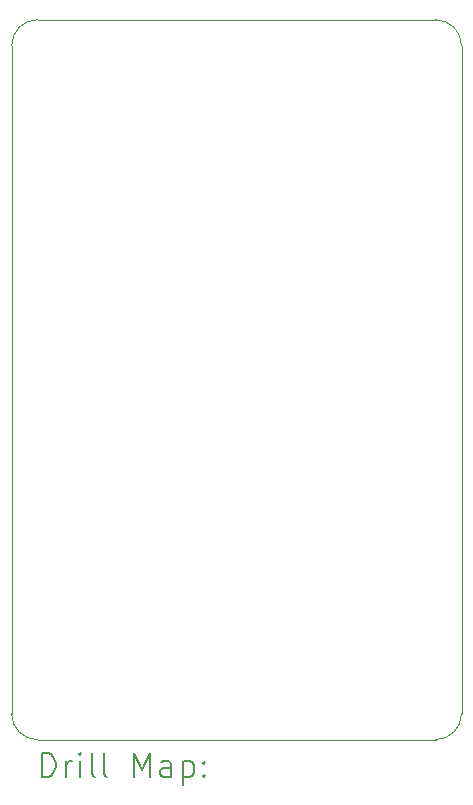
<source format=gbr>
%TF.GenerationSoftware,KiCad,Pcbnew,9.0.0*%
%TF.CreationDate,2025-03-07T13:22:50-06:00*%
%TF.ProjectId,robo-roach-v1.0,726f626f-2d72-46f6-9163-682d76312e30,rev?*%
%TF.SameCoordinates,Original*%
%TF.FileFunction,Drillmap*%
%TF.FilePolarity,Positive*%
%FSLAX45Y45*%
G04 Gerber Fmt 4.5, Leading zero omitted, Abs format (unit mm)*
G04 Created by KiCad (PCBNEW 9.0.0) date 2025-03-07 13:22:50*
%MOMM*%
%LPD*%
G01*
G04 APERTURE LIST*
%ADD10C,0.050000*%
%ADD11C,0.200000*%
G04 APERTURE END LIST*
D10*
X12920000Y-13716000D02*
G75*
G02*
X12700000Y-13496000I0J220000D01*
G01*
X12700000Y-7840000D02*
G75*
G02*
X12920000Y-7620000I220000J0D01*
G01*
X16510000Y-13496000D02*
G75*
G02*
X16290000Y-13716000I-220000J0D01*
G01*
X16290000Y-7620000D02*
G75*
G02*
X16510000Y-7840000I0J-220000D01*
G01*
X12700000Y-13496000D02*
X12700000Y-7840000D01*
X16290000Y-13716000D02*
X12920000Y-13716000D01*
X12920000Y-7620000D02*
X16290000Y-7620000D01*
X16510000Y-7840000D02*
X16510000Y-13496000D01*
D11*
X12958277Y-14029984D02*
X12958277Y-13829984D01*
X12958277Y-13829984D02*
X13005896Y-13829984D01*
X13005896Y-13829984D02*
X13034467Y-13839508D01*
X13034467Y-13839508D02*
X13053515Y-13858555D01*
X13053515Y-13858555D02*
X13063039Y-13877603D01*
X13063039Y-13877603D02*
X13072562Y-13915698D01*
X13072562Y-13915698D02*
X13072562Y-13944269D01*
X13072562Y-13944269D02*
X13063039Y-13982365D01*
X13063039Y-13982365D02*
X13053515Y-14001412D01*
X13053515Y-14001412D02*
X13034467Y-14020460D01*
X13034467Y-14020460D02*
X13005896Y-14029984D01*
X13005896Y-14029984D02*
X12958277Y-14029984D01*
X13158277Y-14029984D02*
X13158277Y-13896650D01*
X13158277Y-13934746D02*
X13167801Y-13915698D01*
X13167801Y-13915698D02*
X13177324Y-13906174D01*
X13177324Y-13906174D02*
X13196372Y-13896650D01*
X13196372Y-13896650D02*
X13215420Y-13896650D01*
X13282086Y-14029984D02*
X13282086Y-13896650D01*
X13282086Y-13829984D02*
X13272562Y-13839508D01*
X13272562Y-13839508D02*
X13282086Y-13849031D01*
X13282086Y-13849031D02*
X13291610Y-13839508D01*
X13291610Y-13839508D02*
X13282086Y-13829984D01*
X13282086Y-13829984D02*
X13282086Y-13849031D01*
X13405896Y-14029984D02*
X13386848Y-14020460D01*
X13386848Y-14020460D02*
X13377324Y-14001412D01*
X13377324Y-14001412D02*
X13377324Y-13829984D01*
X13510658Y-14029984D02*
X13491610Y-14020460D01*
X13491610Y-14020460D02*
X13482086Y-14001412D01*
X13482086Y-14001412D02*
X13482086Y-13829984D01*
X13739229Y-14029984D02*
X13739229Y-13829984D01*
X13739229Y-13829984D02*
X13805896Y-13972841D01*
X13805896Y-13972841D02*
X13872562Y-13829984D01*
X13872562Y-13829984D02*
X13872562Y-14029984D01*
X14053515Y-14029984D02*
X14053515Y-13925222D01*
X14053515Y-13925222D02*
X14043991Y-13906174D01*
X14043991Y-13906174D02*
X14024943Y-13896650D01*
X14024943Y-13896650D02*
X13986848Y-13896650D01*
X13986848Y-13896650D02*
X13967801Y-13906174D01*
X14053515Y-14020460D02*
X14034467Y-14029984D01*
X14034467Y-14029984D02*
X13986848Y-14029984D01*
X13986848Y-14029984D02*
X13967801Y-14020460D01*
X13967801Y-14020460D02*
X13958277Y-14001412D01*
X13958277Y-14001412D02*
X13958277Y-13982365D01*
X13958277Y-13982365D02*
X13967801Y-13963317D01*
X13967801Y-13963317D02*
X13986848Y-13953793D01*
X13986848Y-13953793D02*
X14034467Y-13953793D01*
X14034467Y-13953793D02*
X14053515Y-13944269D01*
X14148753Y-13896650D02*
X14148753Y-14096650D01*
X14148753Y-13906174D02*
X14167801Y-13896650D01*
X14167801Y-13896650D02*
X14205896Y-13896650D01*
X14205896Y-13896650D02*
X14224943Y-13906174D01*
X14224943Y-13906174D02*
X14234467Y-13915698D01*
X14234467Y-13915698D02*
X14243991Y-13934746D01*
X14243991Y-13934746D02*
X14243991Y-13991888D01*
X14243991Y-13991888D02*
X14234467Y-14010936D01*
X14234467Y-14010936D02*
X14224943Y-14020460D01*
X14224943Y-14020460D02*
X14205896Y-14029984D01*
X14205896Y-14029984D02*
X14167801Y-14029984D01*
X14167801Y-14029984D02*
X14148753Y-14020460D01*
X14329705Y-14010936D02*
X14339229Y-14020460D01*
X14339229Y-14020460D02*
X14329705Y-14029984D01*
X14329705Y-14029984D02*
X14320182Y-14020460D01*
X14320182Y-14020460D02*
X14329705Y-14010936D01*
X14329705Y-14010936D02*
X14329705Y-14029984D01*
X14329705Y-13906174D02*
X14339229Y-13915698D01*
X14339229Y-13915698D02*
X14329705Y-13925222D01*
X14329705Y-13925222D02*
X14320182Y-13915698D01*
X14320182Y-13915698D02*
X14329705Y-13906174D01*
X14329705Y-13906174D02*
X14329705Y-13925222D01*
M02*

</source>
